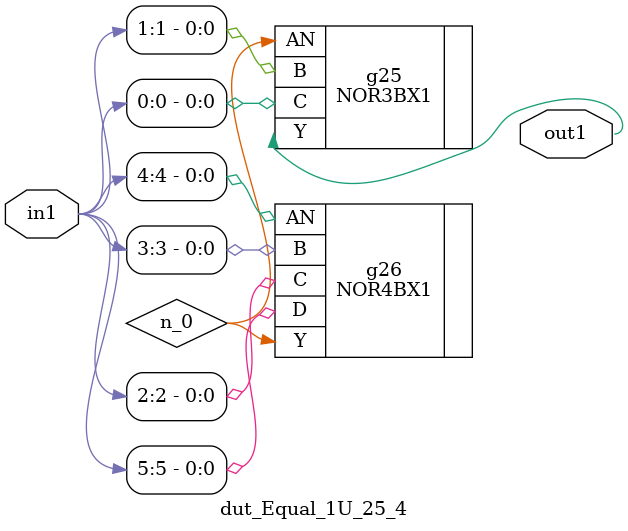
<source format=v>
`timescale 1ps / 1ps


module dut_Equal_1U_25_4(in1, out1);
  input [5:0] in1;
  output out1;
  wire [5:0] in1;
  wire out1;
  wire n_0;
  NOR3BX1 g25(.AN (n_0), .B (in1[1]), .C (in1[0]), .Y (out1));
  NOR4BX1 g26(.AN (in1[4]), .B (in1[3]), .C (in1[2]), .D (in1[5]), .Y
       (n_0));
endmodule



</source>
